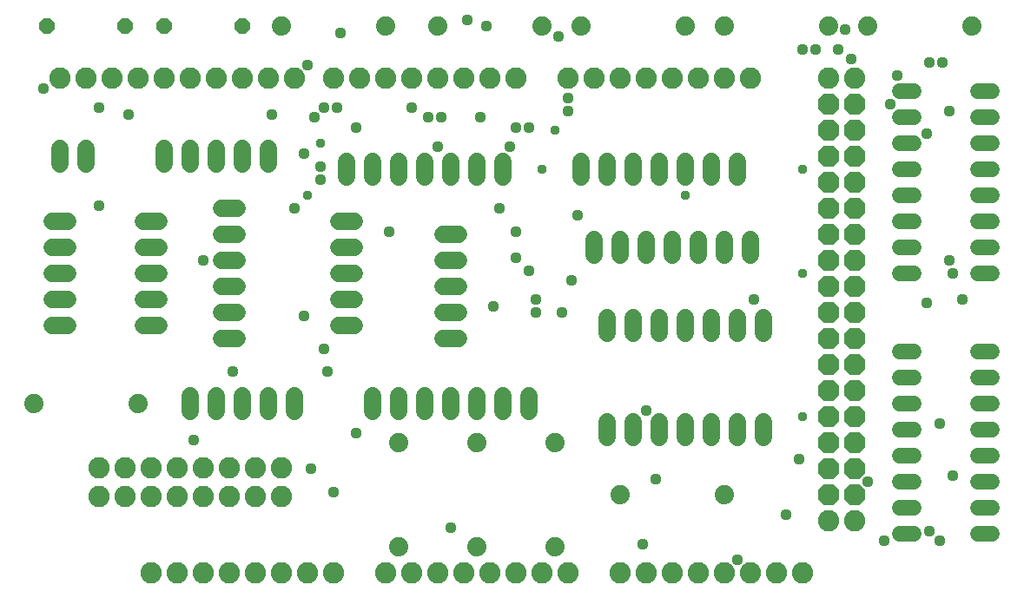
<source format=gbr>
G04 EAGLE Gerber RS-274X export*
G75*
%MOMM*%
%FSLAX34Y34*%
%LPD*%
%INSoldermask Bottom*%
%IPPOS*%
%AMOC8*
5,1,8,0,0,1.08239X$1,22.5*%
G01*
%ADD10C,2.082800*%
%ADD11P,2.254402X8X112.500000*%
%ADD12C,1.727200*%
%ADD13C,1.879600*%
%ADD14C,1.524000*%
%ADD15P,1.649562X8X22.500000*%
%ADD16C,1.117600*%
%ADD17C,0.959600*%


D10*
X635000Y25400D03*
X660400Y25400D03*
X685800Y25400D03*
X711200Y25400D03*
X736600Y25400D03*
X762000Y25400D03*
X787400Y25400D03*
X609600Y25400D03*
X584200Y508000D03*
X609600Y508000D03*
X635000Y508000D03*
X660400Y508000D03*
X685800Y508000D03*
X711200Y508000D03*
X736600Y508000D03*
X558800Y508000D03*
X406400Y25400D03*
X431800Y25400D03*
X457200Y25400D03*
X482600Y25400D03*
X508000Y25400D03*
X533400Y25400D03*
X558800Y25400D03*
X381000Y25400D03*
X355600Y508000D03*
X381000Y508000D03*
X406400Y508000D03*
X431800Y508000D03*
X457200Y508000D03*
X482600Y508000D03*
X508000Y508000D03*
X330200Y508000D03*
X139700Y508000D03*
X165100Y508000D03*
X190500Y508000D03*
X215900Y508000D03*
X241300Y508000D03*
X266700Y508000D03*
X292100Y508000D03*
X114300Y508000D03*
D11*
X838200Y304800D03*
X812800Y304800D03*
X838200Y330200D03*
X812800Y330200D03*
X838200Y355600D03*
X812800Y355600D03*
X838200Y381000D03*
X812800Y381000D03*
X838200Y406400D03*
X812800Y406400D03*
X838200Y431800D03*
X812800Y431800D03*
X838200Y457200D03*
X812800Y457200D03*
X838200Y482600D03*
X812800Y482600D03*
X838200Y101600D03*
X812800Y101600D03*
X838200Y127000D03*
X812800Y127000D03*
X838200Y152400D03*
X812800Y152400D03*
X838200Y177800D03*
X812800Y177800D03*
X838200Y203200D03*
X812800Y203200D03*
X838200Y228600D03*
X812800Y228600D03*
X838200Y254000D03*
X812800Y254000D03*
X838200Y279400D03*
X812800Y279400D03*
D10*
X812800Y76200D03*
X838200Y76200D03*
X812800Y508000D03*
X838200Y508000D03*
X203200Y25400D03*
X228600Y25400D03*
X254000Y25400D03*
X279400Y25400D03*
X304800Y25400D03*
X330200Y25400D03*
X88900Y508000D03*
X63500Y508000D03*
X177800Y25400D03*
X152400Y25400D03*
D12*
X220980Y254000D02*
X236220Y254000D01*
X236220Y279400D02*
X220980Y279400D01*
X220980Y304800D02*
X236220Y304800D01*
X236220Y330200D02*
X220980Y330200D01*
X220980Y355600D02*
X236220Y355600D01*
X236220Y381000D02*
X220980Y381000D01*
X436880Y355600D02*
X452120Y355600D01*
X452120Y330200D02*
X436880Y330200D01*
X436880Y304800D02*
X452120Y304800D01*
X452120Y279400D02*
X436880Y279400D01*
X436880Y254000D02*
X452120Y254000D01*
X350520Y266700D02*
X335280Y266700D01*
X335280Y292100D02*
X350520Y292100D01*
X350520Y317500D02*
X335280Y317500D01*
X335280Y342900D02*
X350520Y342900D01*
X350520Y368300D02*
X335280Y368300D01*
D13*
X711200Y558800D03*
X812800Y558800D03*
X571500Y558800D03*
X673100Y558800D03*
X952500Y558800D03*
X850900Y558800D03*
X711200Y101600D03*
X609600Y101600D03*
X546100Y152400D03*
X546100Y50800D03*
X469900Y152400D03*
X469900Y50800D03*
X393700Y50800D03*
X393700Y152400D03*
X38100Y190500D03*
X139700Y190500D03*
X431800Y558800D03*
X533400Y558800D03*
X279400Y558800D03*
X381000Y558800D03*
D12*
X165100Y439420D02*
X165100Y424180D01*
X190500Y424180D02*
X190500Y439420D01*
X215900Y439420D02*
X215900Y424180D01*
X241300Y424180D02*
X241300Y439420D01*
X266700Y439420D02*
X266700Y424180D01*
X190500Y198120D02*
X190500Y182880D01*
X215900Y182880D02*
X215900Y198120D01*
X241300Y198120D02*
X241300Y182880D01*
X266700Y182880D02*
X266700Y198120D01*
X292100Y198120D02*
X292100Y182880D01*
X160020Y266700D02*
X144780Y266700D01*
X144780Y292100D02*
X160020Y292100D01*
X160020Y317500D02*
X144780Y317500D01*
X144780Y342900D02*
X160020Y342900D01*
X160020Y368300D02*
X144780Y368300D01*
X71120Y266700D02*
X55880Y266700D01*
X55880Y292100D02*
X71120Y292100D01*
X71120Y317500D02*
X55880Y317500D01*
X55880Y342900D02*
X71120Y342900D01*
X71120Y368300D02*
X55880Y368300D01*
D14*
X882396Y495300D02*
X895604Y495300D01*
X895604Y469900D02*
X882396Y469900D01*
X882396Y342900D02*
X895604Y342900D01*
X895604Y317500D02*
X882396Y317500D01*
X882396Y444500D02*
X895604Y444500D01*
X895604Y419100D02*
X882396Y419100D01*
X882396Y368300D02*
X895604Y368300D01*
X895604Y393700D02*
X882396Y393700D01*
X958596Y317500D02*
X971804Y317500D01*
X971804Y342900D02*
X958596Y342900D01*
X958596Y368300D02*
X971804Y368300D01*
X971804Y393700D02*
X958596Y393700D01*
X958596Y419100D02*
X971804Y419100D01*
X971804Y444500D02*
X958596Y444500D01*
X958596Y469900D02*
X971804Y469900D01*
X971804Y495300D02*
X958596Y495300D01*
X895604Y241300D02*
X882396Y241300D01*
X882396Y215900D02*
X895604Y215900D01*
X895604Y88900D02*
X882396Y88900D01*
X882396Y63500D02*
X895604Y63500D01*
X895604Y190500D02*
X882396Y190500D01*
X882396Y165100D02*
X895604Y165100D01*
X895604Y114300D02*
X882396Y114300D01*
X882396Y139700D02*
X895604Y139700D01*
X958596Y63500D02*
X971804Y63500D01*
X971804Y88900D02*
X958596Y88900D01*
X958596Y114300D02*
X971804Y114300D01*
X971804Y139700D02*
X958596Y139700D01*
X958596Y165100D02*
X971804Y165100D01*
X971804Y190500D02*
X958596Y190500D01*
X958596Y215900D02*
X971804Y215900D01*
X971804Y241300D02*
X958596Y241300D01*
D12*
X723900Y411480D02*
X723900Y426720D01*
X698500Y426720D02*
X698500Y411480D01*
X673100Y411480D02*
X673100Y426720D01*
X647700Y426720D02*
X647700Y411480D01*
X622300Y411480D02*
X622300Y426720D01*
X596900Y426720D02*
X596900Y411480D01*
X571500Y411480D02*
X571500Y426720D01*
X584200Y350520D02*
X584200Y335280D01*
X609600Y335280D02*
X609600Y350520D01*
X635000Y350520D02*
X635000Y335280D01*
X660400Y335280D02*
X660400Y350520D01*
X685800Y350520D02*
X685800Y335280D01*
X711200Y335280D02*
X711200Y350520D01*
X736600Y350520D02*
X736600Y335280D01*
X596900Y274320D02*
X596900Y259080D01*
X622300Y259080D02*
X622300Y274320D01*
X647700Y274320D02*
X647700Y259080D01*
X673100Y259080D02*
X673100Y274320D01*
X698500Y274320D02*
X698500Y259080D01*
X723900Y259080D02*
X723900Y274320D01*
X749300Y274320D02*
X749300Y259080D01*
X596900Y172720D02*
X596900Y157480D01*
X622300Y157480D02*
X622300Y172720D01*
X647700Y172720D02*
X647700Y157480D01*
X673100Y157480D02*
X673100Y172720D01*
X698500Y172720D02*
X698500Y157480D01*
X723900Y157480D02*
X723900Y172720D01*
X749300Y172720D02*
X749300Y157480D01*
X342900Y411480D02*
X342900Y426720D01*
X368300Y426720D02*
X368300Y411480D01*
X393700Y411480D02*
X393700Y426720D01*
X419100Y426720D02*
X419100Y411480D01*
X444500Y411480D02*
X444500Y426720D01*
X469900Y426720D02*
X469900Y411480D01*
X495300Y411480D02*
X495300Y426720D01*
X368300Y198120D02*
X368300Y182880D01*
X393700Y182880D02*
X393700Y198120D01*
X419100Y198120D02*
X419100Y182880D01*
X444500Y182880D02*
X444500Y198120D01*
X469900Y198120D02*
X469900Y182880D01*
X495300Y182880D02*
X495300Y198120D01*
X520700Y198120D02*
X520700Y182880D01*
D10*
X279400Y128270D03*
X279400Y100330D03*
X254000Y128270D03*
X254000Y100330D03*
X228600Y128270D03*
X228600Y100330D03*
X203200Y128270D03*
X203200Y100330D03*
X177800Y128270D03*
X177800Y100330D03*
X152400Y128270D03*
X152400Y100330D03*
X127000Y128270D03*
X127000Y100330D03*
X101600Y128270D03*
X101600Y100330D03*
D15*
X165100Y558800D03*
X241300Y558800D03*
X50800Y558800D03*
X127000Y558800D03*
D12*
X88900Y439420D02*
X88900Y424180D01*
X63500Y424180D02*
X63500Y439420D01*
D16*
X739775Y292100D03*
X787400Y536575D03*
X822325Y536575D03*
X549275Y549275D03*
X479425Y558800D03*
X336550Y552450D03*
X304800Y520700D03*
X568325Y374650D03*
X501650Y441325D03*
X473075Y469900D03*
X434975Y469900D03*
X911225Y523875D03*
X873125Y482600D03*
X384175Y358775D03*
X101600Y384175D03*
X47625Y498475D03*
X930275Y476250D03*
X930275Y330200D03*
X292100Y381000D03*
X460375Y565150D03*
X923925Y523875D03*
X908050Y454025D03*
X485775Y285750D03*
X520700Y320675D03*
X520700Y460375D03*
X317500Y409575D03*
X301625Y276225D03*
X203200Y330200D03*
X301625Y434975D03*
X231775Y222250D03*
X130175Y473075D03*
X269875Y473075D03*
X320675Y479425D03*
X552450Y279400D03*
X558800Y476250D03*
X527050Y279400D03*
X558800Y488950D03*
X920750Y57150D03*
X631825Y53975D03*
X850900Y114300D03*
X492125Y381000D03*
X527050Y292100D03*
X635000Y184150D03*
X866775Y57150D03*
X784225Y136525D03*
X311150Y469900D03*
X422275Y469900D03*
X333375Y479425D03*
X406400Y479425D03*
X317500Y422275D03*
X352425Y460375D03*
X508000Y460375D03*
X101600Y479425D03*
X431800Y441325D03*
X908050Y288925D03*
X771525Y82550D03*
X330200Y104775D03*
X307975Y127000D03*
X193675Y155575D03*
X920750Y171450D03*
X911225Y66675D03*
X444500Y69850D03*
X352425Y161925D03*
X828675Y555625D03*
X800100Y536575D03*
X508000Y333375D03*
X508000Y358775D03*
X723900Y38100D03*
X644525Y117475D03*
X835025Y527050D03*
X879475Y511175D03*
X942975Y292100D03*
X933450Y120650D03*
X933450Y317500D03*
X323850Y222250D03*
X561975Y311150D03*
X320675Y244475D03*
D17*
X304800Y393700D03*
X317500Y444500D03*
X546100Y457200D03*
X787400Y419100D03*
X787400Y317500D03*
X787400Y177800D03*
X533400Y419100D03*
X673100Y393700D03*
M02*

</source>
